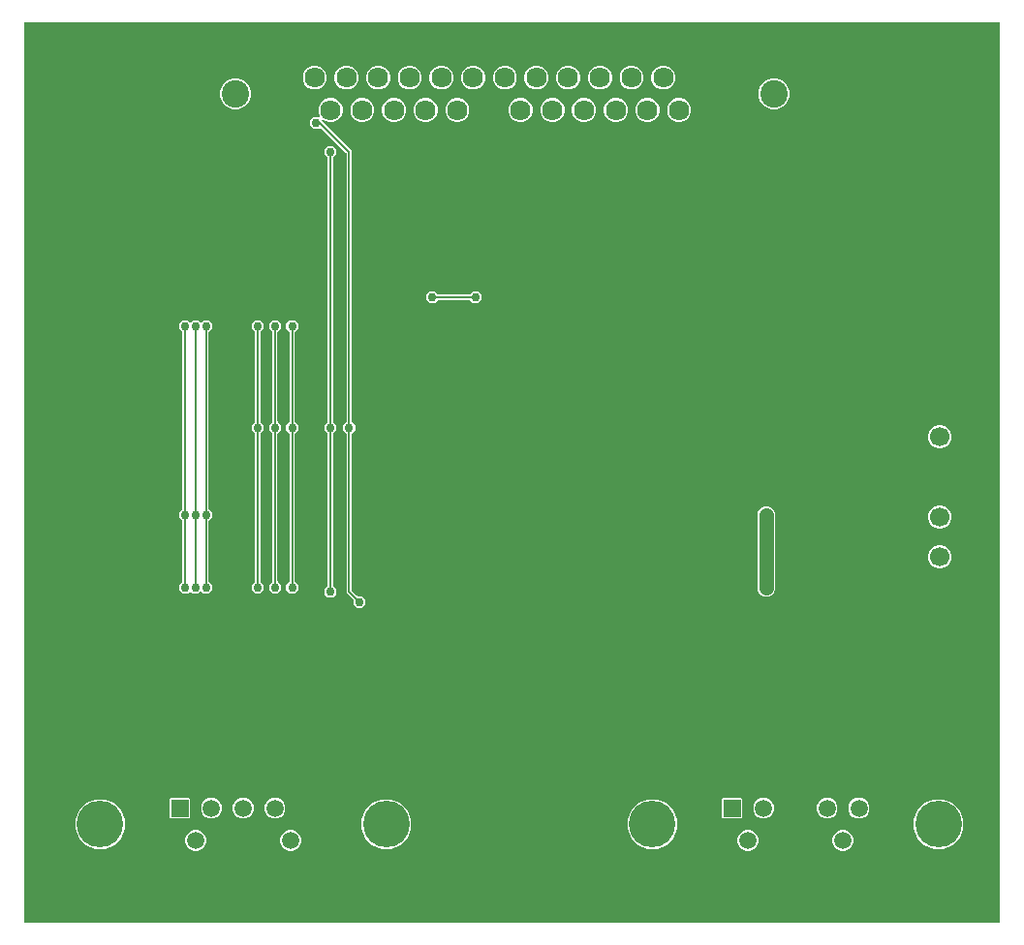
<source format=gbr>
G04 EAGLE Gerber RS-274X export*
G75*
%MOMM*%
%FSLAX34Y34*%
%LPD*%
%INBottom Copper*%
%IPPOS*%
%AMOC8*
5,1,8,0,0,1.08239X$1,22.5*%
G01*
%ADD10C,1.790700*%
%ADD11C,2.400300*%
%ADD12C,1.508000*%
%ADD13R,1.508000X1.508000*%
%ADD14C,4.066000*%
%ADD15C,1.700000*%
%ADD16C,0.756400*%
%ADD17C,0.152400*%
%ADD18C,1.270000*%

G36*
X863620Y202442D02*
X863620Y202442D01*
X863639Y202440D01*
X863741Y202462D01*
X863843Y202479D01*
X863860Y202488D01*
X863880Y202492D01*
X863969Y202545D01*
X864060Y202594D01*
X864074Y202608D01*
X864091Y202618D01*
X864158Y202697D01*
X864230Y202772D01*
X864238Y202790D01*
X864251Y202805D01*
X864290Y202901D01*
X864333Y202995D01*
X864335Y203015D01*
X864343Y203033D01*
X864361Y203200D01*
X864361Y989078D01*
X864358Y989098D01*
X864360Y989117D01*
X864338Y989219D01*
X864322Y989321D01*
X864312Y989338D01*
X864308Y989358D01*
X864255Y989447D01*
X864206Y989538D01*
X864192Y989552D01*
X864182Y989569D01*
X864103Y989636D01*
X864028Y989708D01*
X864010Y989716D01*
X863995Y989729D01*
X863899Y989768D01*
X863805Y989811D01*
X863785Y989813D01*
X863767Y989821D01*
X863600Y989839D01*
X12700Y989839D01*
X12680Y989836D01*
X12661Y989838D01*
X12559Y989816D01*
X12457Y989800D01*
X12440Y989790D01*
X12420Y989786D01*
X12331Y989733D01*
X12240Y989684D01*
X12226Y989670D01*
X12209Y989660D01*
X12142Y989581D01*
X12071Y989506D01*
X12062Y989488D01*
X12049Y989473D01*
X12010Y989377D01*
X11967Y989283D01*
X11965Y989263D01*
X11957Y989245D01*
X11939Y989078D01*
X11939Y203200D01*
X11942Y203180D01*
X11940Y203161D01*
X11962Y203059D01*
X11979Y202957D01*
X11988Y202940D01*
X11992Y202920D01*
X12045Y202831D01*
X12094Y202740D01*
X12108Y202726D01*
X12118Y202709D01*
X12197Y202642D01*
X12272Y202571D01*
X12290Y202562D01*
X12305Y202549D01*
X12401Y202510D01*
X12495Y202467D01*
X12515Y202465D01*
X12533Y202457D01*
X12700Y202439D01*
X863600Y202439D01*
X863620Y202442D01*
G37*
%LPC*%
G36*
X150202Y489993D02*
X150202Y489993D01*
X147093Y493102D01*
X147093Y497498D01*
X149890Y500295D01*
X149943Y500369D01*
X150003Y500439D01*
X150015Y500469D01*
X150034Y500495D01*
X150061Y500582D01*
X150095Y500667D01*
X150099Y500708D01*
X150106Y500730D01*
X150105Y500762D01*
X150113Y500833D01*
X150113Y553267D01*
X150099Y553357D01*
X150091Y553448D01*
X150079Y553477D01*
X150074Y553509D01*
X150031Y553590D01*
X149995Y553674D01*
X149969Y553706D01*
X149958Y553727D01*
X149935Y553749D01*
X149890Y553805D01*
X147093Y556602D01*
X147093Y560998D01*
X149890Y563795D01*
X149943Y563869D01*
X150003Y563939D01*
X150015Y563969D01*
X150034Y563995D01*
X150061Y564082D01*
X150095Y564167D01*
X150099Y564208D01*
X150106Y564230D01*
X150105Y564262D01*
X150113Y564333D01*
X150113Y718367D01*
X150099Y718457D01*
X150091Y718548D01*
X150079Y718577D01*
X150074Y718609D01*
X150031Y718690D01*
X149995Y718774D01*
X149969Y718806D01*
X149958Y718827D01*
X149935Y718849D01*
X149890Y718905D01*
X147093Y721702D01*
X147093Y726098D01*
X150202Y729207D01*
X154598Y729207D01*
X156406Y727399D01*
X156422Y727388D01*
X156434Y727372D01*
X156522Y727316D01*
X156605Y727256D01*
X156624Y727250D01*
X156641Y727239D01*
X156742Y727214D01*
X156841Y727183D01*
X156860Y727184D01*
X156880Y727179D01*
X156983Y727187D01*
X157086Y727190D01*
X157105Y727196D01*
X157125Y727198D01*
X157220Y727238D01*
X157317Y727274D01*
X157333Y727287D01*
X157351Y727294D01*
X157482Y727399D01*
X159290Y729207D01*
X163686Y729207D01*
X165494Y727399D01*
X165510Y727388D01*
X165522Y727372D01*
X165610Y727316D01*
X165693Y727256D01*
X165712Y727250D01*
X165729Y727239D01*
X165830Y727214D01*
X165929Y727183D01*
X165948Y727184D01*
X165968Y727179D01*
X166071Y727187D01*
X166174Y727190D01*
X166193Y727196D01*
X166213Y727198D01*
X166308Y727238D01*
X166405Y727274D01*
X166421Y727287D01*
X166439Y727294D01*
X166570Y727399D01*
X168378Y729207D01*
X172774Y729207D01*
X175883Y726098D01*
X175883Y721702D01*
X173086Y718905D01*
X173033Y718831D01*
X172973Y718761D01*
X172961Y718731D01*
X172942Y718705D01*
X172915Y718618D01*
X172881Y718533D01*
X172877Y718492D01*
X172870Y718470D01*
X172871Y718438D01*
X172863Y718367D01*
X172863Y564333D01*
X172877Y564243D01*
X172885Y564152D01*
X172897Y564123D01*
X172902Y564091D01*
X172945Y564010D01*
X172981Y563926D01*
X173007Y563894D01*
X173018Y563873D01*
X173041Y563851D01*
X173086Y563795D01*
X175883Y560998D01*
X175883Y556602D01*
X173086Y553805D01*
X173033Y553731D01*
X172973Y553661D01*
X172961Y553631D01*
X172942Y553605D01*
X172915Y553518D01*
X172881Y553433D01*
X172877Y553392D01*
X172870Y553370D01*
X172871Y553338D01*
X172863Y553267D01*
X172863Y500833D01*
X172865Y500820D01*
X172864Y500809D01*
X172876Y500755D01*
X172877Y500743D01*
X172885Y500652D01*
X172897Y500623D01*
X172902Y500591D01*
X172945Y500510D01*
X172981Y500426D01*
X173007Y500394D01*
X173018Y500373D01*
X173041Y500351D01*
X173086Y500295D01*
X175883Y497498D01*
X175883Y493102D01*
X172774Y489993D01*
X168378Y489993D01*
X166570Y491801D01*
X166554Y491812D01*
X166542Y491828D01*
X166454Y491884D01*
X166371Y491944D01*
X166352Y491950D01*
X166335Y491961D01*
X166234Y491986D01*
X166135Y492017D01*
X166116Y492016D01*
X166096Y492021D01*
X165993Y492013D01*
X165890Y492010D01*
X165871Y492004D01*
X165851Y492002D01*
X165756Y491962D01*
X165659Y491926D01*
X165643Y491913D01*
X165625Y491906D01*
X165494Y491801D01*
X163686Y489993D01*
X159290Y489993D01*
X157482Y491801D01*
X157466Y491812D01*
X157454Y491828D01*
X157366Y491884D01*
X157283Y491944D01*
X157264Y491950D01*
X157247Y491961D01*
X157146Y491986D01*
X157047Y492017D01*
X157028Y492016D01*
X157008Y492021D01*
X156905Y492013D01*
X156802Y492010D01*
X156783Y492004D01*
X156763Y492002D01*
X156668Y491962D01*
X156571Y491926D01*
X156555Y491913D01*
X156537Y491906D01*
X156406Y491801D01*
X154598Y489993D01*
X150202Y489993D01*
G37*
%LPD*%
%LPC*%
G36*
X302602Y477293D02*
X302602Y477293D01*
X299493Y480402D01*
X299493Y484357D01*
X299479Y484448D01*
X299471Y484538D01*
X299459Y484568D01*
X299454Y484600D01*
X299411Y484681D01*
X299375Y484765D01*
X299349Y484797D01*
X299338Y484818D01*
X299315Y484840D01*
X299270Y484896D01*
X293425Y490741D01*
X293425Y629467D01*
X293411Y629557D01*
X293403Y629648D01*
X293391Y629677D01*
X293386Y629709D01*
X293343Y629790D01*
X293307Y629874D01*
X293281Y629906D01*
X293270Y629927D01*
X293247Y629949D01*
X293202Y630005D01*
X290405Y632802D01*
X290405Y637198D01*
X293202Y639995D01*
X293255Y640069D01*
X293315Y640139D01*
X293327Y640169D01*
X293346Y640195D01*
X293373Y640282D01*
X293407Y640367D01*
X293411Y640408D01*
X293418Y640430D01*
X293417Y640462D01*
X293425Y640533D01*
X293425Y875037D01*
X293411Y875128D01*
X293403Y875218D01*
X293391Y875248D01*
X293386Y875280D01*
X293343Y875361D01*
X293307Y875445D01*
X293281Y875477D01*
X293270Y875498D01*
X293247Y875520D01*
X293202Y875576D01*
X271180Y897598D01*
X271164Y897610D01*
X271151Y897626D01*
X271064Y897682D01*
X270980Y897742D01*
X270961Y897748D01*
X270944Y897759D01*
X270844Y897784D01*
X270745Y897814D01*
X270725Y897814D01*
X270706Y897819D01*
X270603Y897811D01*
X270499Y897808D01*
X270480Y897801D01*
X270460Y897799D01*
X270366Y897759D01*
X270268Y897723D01*
X270252Y897711D01*
X270234Y897703D01*
X270103Y897598D01*
X268898Y896393D01*
X264502Y896393D01*
X261393Y899502D01*
X261393Y903898D01*
X264502Y907007D01*
X268898Y907007D01*
X269126Y906779D01*
X269205Y906722D01*
X269280Y906660D01*
X269304Y906651D01*
X269325Y906636D01*
X269418Y906607D01*
X269509Y906572D01*
X269535Y906571D01*
X269560Y906563D01*
X269658Y906566D01*
X269755Y906562D01*
X269780Y906569D01*
X269806Y906570D01*
X269898Y906603D01*
X269991Y906630D01*
X270013Y906645D01*
X270037Y906654D01*
X270113Y906715D01*
X270193Y906771D01*
X270209Y906792D01*
X270229Y906808D01*
X270282Y906890D01*
X270340Y906968D01*
X270348Y906993D01*
X270362Y907015D01*
X270386Y907109D01*
X270416Y907202D01*
X270416Y907228D01*
X270422Y907253D01*
X270415Y907350D01*
X270414Y907448D01*
X270405Y907479D01*
X270403Y907499D01*
X270390Y907529D01*
X270367Y907609D01*
X269049Y910792D01*
X269049Y914960D01*
X270644Y918811D01*
X273592Y921759D01*
X277443Y923354D01*
X281611Y923354D01*
X285462Y921759D01*
X288410Y918811D01*
X290005Y914960D01*
X290005Y910792D01*
X288410Y906941D01*
X285462Y903993D01*
X281611Y902398D01*
X277443Y902398D01*
X273592Y903993D01*
X273306Y904278D01*
X273248Y904320D01*
X273196Y904369D01*
X273149Y904391D01*
X273107Y904422D01*
X273038Y904443D01*
X272973Y904473D01*
X272921Y904479D01*
X272871Y904494D01*
X272800Y904492D01*
X272729Y904500D01*
X272678Y904489D01*
X272626Y904488D01*
X272558Y904463D01*
X272488Y904448D01*
X272443Y904421D01*
X272395Y904403D01*
X272339Y904359D01*
X272277Y904322D01*
X272243Y904282D01*
X272203Y904250D01*
X272164Y904189D01*
X272117Y904135D01*
X272098Y904086D01*
X272070Y904043D01*
X272052Y903973D01*
X272025Y903907D01*
X272017Y903835D01*
X272009Y903804D01*
X272011Y903781D01*
X272007Y903740D01*
X272007Y903555D01*
X272013Y903517D01*
X272012Y903511D01*
X272019Y903479D01*
X272021Y903464D01*
X272029Y903374D01*
X272041Y903344D01*
X272046Y903312D01*
X272062Y903283D01*
X272065Y903270D01*
X272092Y903224D01*
X272125Y903147D01*
X272151Y903115D01*
X272162Y903094D01*
X272180Y903077D01*
X272191Y903059D01*
X272206Y903046D01*
X272230Y903016D01*
X297999Y877247D01*
X297999Y640533D01*
X298013Y640443D01*
X298021Y640352D01*
X298033Y640323D01*
X298038Y640291D01*
X298081Y640210D01*
X298117Y640126D01*
X298143Y640094D01*
X298154Y640073D01*
X298177Y640051D01*
X298222Y639995D01*
X301019Y637198D01*
X301019Y632802D01*
X298222Y630005D01*
X298175Y629939D01*
X298164Y629928D01*
X298161Y629922D01*
X298109Y629861D01*
X298097Y629831D01*
X298078Y629805D01*
X298051Y629718D01*
X298017Y629633D01*
X298013Y629592D01*
X298006Y629570D01*
X298007Y629538D01*
X297999Y629467D01*
X297999Y492951D01*
X298013Y492860D01*
X298021Y492770D01*
X298033Y492740D01*
X298038Y492708D01*
X298081Y492627D01*
X298117Y492543D01*
X298143Y492511D01*
X298154Y492490D01*
X298177Y492468D01*
X298222Y492412D01*
X302504Y488130D01*
X302578Y488077D01*
X302648Y488017D01*
X302678Y488005D01*
X302704Y487986D01*
X302791Y487959D01*
X302876Y487925D01*
X302917Y487921D01*
X302939Y487914D01*
X302971Y487915D01*
X303043Y487907D01*
X306998Y487907D01*
X310107Y484798D01*
X310107Y480402D01*
X306998Y477293D01*
X302602Y477293D01*
G37*
%LPD*%
%LPC*%
G36*
X277202Y486381D02*
X277202Y486381D01*
X274093Y489490D01*
X274093Y493886D01*
X276890Y496683D01*
X276943Y496757D01*
X277003Y496827D01*
X277015Y496857D01*
X277034Y496883D01*
X277061Y496970D01*
X277095Y497055D01*
X277099Y497096D01*
X277106Y497118D01*
X277105Y497150D01*
X277113Y497221D01*
X277113Y629467D01*
X277099Y629557D01*
X277091Y629648D01*
X277079Y629677D01*
X277074Y629709D01*
X277031Y629790D01*
X276995Y629874D01*
X276969Y629906D01*
X276958Y629927D01*
X276935Y629949D01*
X276890Y630005D01*
X274093Y632802D01*
X274093Y637198D01*
X276890Y639995D01*
X276943Y640069D01*
X277003Y640139D01*
X277015Y640169D01*
X277034Y640195D01*
X277061Y640282D01*
X277095Y640367D01*
X277099Y640408D01*
X277106Y640430D01*
X277105Y640462D01*
X277113Y640533D01*
X277113Y870767D01*
X277099Y870857D01*
X277091Y870948D01*
X277079Y870977D01*
X277074Y871009D01*
X277031Y871090D01*
X276995Y871174D01*
X276969Y871206D01*
X276958Y871227D01*
X276935Y871249D01*
X276890Y871305D01*
X274093Y874102D01*
X274093Y878498D01*
X277202Y881607D01*
X281598Y881607D01*
X284707Y878498D01*
X284707Y874102D01*
X281910Y871305D01*
X281857Y871231D01*
X281797Y871161D01*
X281785Y871131D01*
X281766Y871105D01*
X281739Y871018D01*
X281705Y870933D01*
X281701Y870892D01*
X281694Y870870D01*
X281695Y870838D01*
X281687Y870767D01*
X281687Y640533D01*
X281701Y640443D01*
X281709Y640352D01*
X281721Y640323D01*
X281726Y640291D01*
X281769Y640210D01*
X281805Y640126D01*
X281831Y640094D01*
X281842Y640073D01*
X281865Y640051D01*
X281910Y639995D01*
X284707Y637198D01*
X284707Y632802D01*
X281910Y630005D01*
X281863Y629939D01*
X281852Y629928D01*
X281849Y629922D01*
X281797Y629861D01*
X281785Y629831D01*
X281766Y629805D01*
X281739Y629718D01*
X281705Y629633D01*
X281701Y629592D01*
X281694Y629570D01*
X281695Y629538D01*
X281687Y629467D01*
X281687Y497221D01*
X281701Y497131D01*
X281709Y497040D01*
X281721Y497011D01*
X281726Y496979D01*
X281769Y496898D01*
X281805Y496814D01*
X281831Y496782D01*
X281842Y496761D01*
X281865Y496739D01*
X281910Y496683D01*
X284707Y493886D01*
X284707Y489490D01*
X281598Y486381D01*
X277202Y486381D01*
G37*
%LPD*%
%LPC*%
G36*
X556503Y266435D02*
X556503Y266435D01*
X548470Y269762D01*
X542322Y275910D01*
X538995Y283943D01*
X538995Y292637D01*
X542322Y300670D01*
X548470Y306818D01*
X556503Y310145D01*
X565197Y310145D01*
X573230Y306818D01*
X579378Y300670D01*
X582705Y292637D01*
X582705Y283943D01*
X579378Y275910D01*
X573230Y269762D01*
X565197Y266435D01*
X556503Y266435D01*
G37*
%LPD*%
%LPC*%
G36*
X806403Y266435D02*
X806403Y266435D01*
X798370Y269762D01*
X792222Y275910D01*
X788895Y283943D01*
X788895Y292637D01*
X792222Y300670D01*
X798370Y306818D01*
X806403Y310145D01*
X815097Y310145D01*
X823130Y306818D01*
X829278Y300670D01*
X832605Y292637D01*
X832605Y283943D01*
X829278Y275910D01*
X823130Y269762D01*
X815097Y266435D01*
X806403Y266435D01*
G37*
%LPD*%
%LPC*%
G36*
X323803Y266435D02*
X323803Y266435D01*
X315770Y269762D01*
X309622Y275910D01*
X306295Y283943D01*
X306295Y292637D01*
X309622Y300670D01*
X315770Y306818D01*
X323803Y310145D01*
X332497Y310145D01*
X340530Y306818D01*
X346678Y300670D01*
X350005Y292637D01*
X350005Y283943D01*
X346678Y275910D01*
X340530Y269762D01*
X332497Y266435D01*
X323803Y266435D01*
G37*
%LPD*%
%LPC*%
G36*
X73903Y266435D02*
X73903Y266435D01*
X65870Y269762D01*
X59722Y275910D01*
X56395Y283943D01*
X56395Y292637D01*
X59722Y300670D01*
X65870Y306818D01*
X73903Y310145D01*
X82597Y310145D01*
X90630Y306818D01*
X96778Y300670D01*
X100105Y292637D01*
X100105Y283943D01*
X96778Y275910D01*
X90630Y269762D01*
X82597Y266435D01*
X73903Y266435D01*
G37*
%LPD*%
%LPC*%
G36*
X243702Y489993D02*
X243702Y489993D01*
X240593Y493102D01*
X240593Y497498D01*
X243390Y500295D01*
X243443Y500369D01*
X243503Y500439D01*
X243515Y500469D01*
X243534Y500495D01*
X243561Y500582D01*
X243595Y500667D01*
X243599Y500708D01*
X243606Y500730D01*
X243605Y500762D01*
X243613Y500833D01*
X243613Y629467D01*
X243599Y629557D01*
X243591Y629648D01*
X243579Y629677D01*
X243574Y629709D01*
X243531Y629790D01*
X243495Y629874D01*
X243469Y629906D01*
X243458Y629927D01*
X243435Y629949D01*
X243390Y630005D01*
X240593Y632802D01*
X240593Y637198D01*
X243390Y639995D01*
X243443Y640069D01*
X243503Y640139D01*
X243515Y640169D01*
X243534Y640195D01*
X243561Y640282D01*
X243595Y640367D01*
X243599Y640408D01*
X243606Y640430D01*
X243605Y640462D01*
X243613Y640533D01*
X243613Y718367D01*
X243599Y718457D01*
X243591Y718548D01*
X243579Y718577D01*
X243574Y718609D01*
X243531Y718690D01*
X243495Y718774D01*
X243469Y718806D01*
X243458Y718827D01*
X243435Y718849D01*
X243390Y718905D01*
X240593Y721702D01*
X240593Y726098D01*
X243702Y729207D01*
X248098Y729207D01*
X251207Y726098D01*
X251207Y721702D01*
X248410Y718905D01*
X248357Y718831D01*
X248297Y718761D01*
X248285Y718731D01*
X248266Y718705D01*
X248239Y718618D01*
X248205Y718533D01*
X248201Y718492D01*
X248194Y718470D01*
X248195Y718438D01*
X248187Y718367D01*
X248187Y640533D01*
X248201Y640443D01*
X248209Y640352D01*
X248221Y640323D01*
X248226Y640291D01*
X248269Y640210D01*
X248305Y640126D01*
X248331Y640094D01*
X248342Y640073D01*
X248365Y640051D01*
X248410Y639995D01*
X251207Y637198D01*
X251207Y632802D01*
X248410Y630005D01*
X248363Y629939D01*
X248352Y629928D01*
X248349Y629922D01*
X248297Y629861D01*
X248285Y629831D01*
X248266Y629805D01*
X248239Y629718D01*
X248205Y629633D01*
X248201Y629592D01*
X248194Y629570D01*
X248195Y629538D01*
X248187Y629467D01*
X248187Y500833D01*
X248189Y500820D01*
X248188Y500809D01*
X248200Y500755D01*
X248201Y500743D01*
X248209Y500652D01*
X248221Y500623D01*
X248226Y500591D01*
X248269Y500510D01*
X248305Y500426D01*
X248331Y500394D01*
X248342Y500373D01*
X248365Y500351D01*
X248410Y500295D01*
X251207Y497498D01*
X251207Y493102D01*
X248098Y489993D01*
X243702Y489993D01*
G37*
%LPD*%
%LPC*%
G36*
X213702Y489993D02*
X213702Y489993D01*
X210593Y493102D01*
X210593Y497498D01*
X213390Y500295D01*
X213443Y500369D01*
X213503Y500439D01*
X213515Y500469D01*
X213534Y500495D01*
X213561Y500582D01*
X213595Y500667D01*
X213599Y500708D01*
X213606Y500730D01*
X213605Y500762D01*
X213613Y500833D01*
X213613Y629467D01*
X213599Y629557D01*
X213591Y629648D01*
X213579Y629677D01*
X213574Y629709D01*
X213531Y629790D01*
X213495Y629874D01*
X213469Y629906D01*
X213458Y629927D01*
X213435Y629949D01*
X213390Y630005D01*
X210593Y632802D01*
X210593Y637198D01*
X213390Y639995D01*
X213443Y640069D01*
X213503Y640139D01*
X213515Y640169D01*
X213534Y640195D01*
X213561Y640282D01*
X213595Y640367D01*
X213599Y640408D01*
X213606Y640430D01*
X213605Y640462D01*
X213613Y640533D01*
X213613Y718367D01*
X213599Y718457D01*
X213591Y718548D01*
X213579Y718577D01*
X213574Y718609D01*
X213531Y718690D01*
X213495Y718774D01*
X213469Y718806D01*
X213458Y718827D01*
X213435Y718849D01*
X213390Y718905D01*
X210593Y721702D01*
X210593Y726098D01*
X213702Y729207D01*
X218098Y729207D01*
X221207Y726098D01*
X221207Y721702D01*
X218410Y718905D01*
X218357Y718831D01*
X218297Y718761D01*
X218285Y718731D01*
X218266Y718705D01*
X218239Y718618D01*
X218205Y718533D01*
X218201Y718492D01*
X218194Y718470D01*
X218195Y718438D01*
X218187Y718367D01*
X218187Y640533D01*
X218201Y640443D01*
X218209Y640352D01*
X218221Y640323D01*
X218226Y640291D01*
X218269Y640210D01*
X218305Y640126D01*
X218331Y640094D01*
X218342Y640073D01*
X218365Y640051D01*
X218410Y639995D01*
X221207Y637198D01*
X221207Y632802D01*
X218410Y630005D01*
X218363Y629939D01*
X218352Y629928D01*
X218349Y629922D01*
X218297Y629861D01*
X218285Y629831D01*
X218266Y629805D01*
X218239Y629718D01*
X218205Y629633D01*
X218201Y629592D01*
X218194Y629570D01*
X218195Y629538D01*
X218187Y629467D01*
X218187Y500833D01*
X218189Y500820D01*
X218188Y500809D01*
X218200Y500755D01*
X218201Y500743D01*
X218209Y500652D01*
X218221Y500623D01*
X218226Y500591D01*
X218269Y500510D01*
X218305Y500426D01*
X218331Y500394D01*
X218342Y500373D01*
X218365Y500351D01*
X218410Y500295D01*
X221207Y497498D01*
X221207Y493102D01*
X218098Y489993D01*
X213702Y489993D01*
G37*
%LPD*%
%LPC*%
G36*
X228702Y489993D02*
X228702Y489993D01*
X225593Y493102D01*
X225593Y497498D01*
X228390Y500295D01*
X228443Y500369D01*
X228503Y500439D01*
X228515Y500469D01*
X228534Y500495D01*
X228561Y500582D01*
X228595Y500667D01*
X228599Y500708D01*
X228606Y500730D01*
X228605Y500762D01*
X228613Y500833D01*
X228613Y629467D01*
X228599Y629557D01*
X228591Y629648D01*
X228579Y629677D01*
X228574Y629709D01*
X228531Y629790D01*
X228495Y629874D01*
X228469Y629906D01*
X228458Y629927D01*
X228435Y629949D01*
X228390Y630005D01*
X225593Y632802D01*
X225593Y637198D01*
X228390Y639995D01*
X228443Y640069D01*
X228503Y640139D01*
X228515Y640169D01*
X228534Y640195D01*
X228561Y640282D01*
X228595Y640367D01*
X228599Y640408D01*
X228606Y640430D01*
X228605Y640462D01*
X228613Y640533D01*
X228613Y718367D01*
X228599Y718457D01*
X228591Y718548D01*
X228579Y718577D01*
X228574Y718609D01*
X228531Y718690D01*
X228495Y718774D01*
X228469Y718806D01*
X228458Y718827D01*
X228435Y718849D01*
X228390Y718905D01*
X225593Y721702D01*
X225593Y726098D01*
X228702Y729207D01*
X233098Y729207D01*
X236207Y726098D01*
X236207Y721702D01*
X233410Y718905D01*
X233357Y718831D01*
X233297Y718761D01*
X233285Y718731D01*
X233266Y718705D01*
X233239Y718618D01*
X233205Y718533D01*
X233201Y718492D01*
X233194Y718470D01*
X233195Y718438D01*
X233187Y718367D01*
X233187Y640533D01*
X233201Y640443D01*
X233209Y640352D01*
X233221Y640323D01*
X233226Y640291D01*
X233269Y640210D01*
X233305Y640126D01*
X233331Y640094D01*
X233342Y640073D01*
X233365Y640051D01*
X233410Y639995D01*
X236207Y637198D01*
X236207Y632802D01*
X233410Y630005D01*
X233363Y629939D01*
X233352Y629928D01*
X233349Y629922D01*
X233297Y629861D01*
X233285Y629831D01*
X233266Y629805D01*
X233239Y629718D01*
X233205Y629633D01*
X233201Y629592D01*
X233194Y629570D01*
X233195Y629538D01*
X233187Y629467D01*
X233187Y500833D01*
X233189Y500820D01*
X233188Y500809D01*
X233200Y500755D01*
X233201Y500743D01*
X233209Y500652D01*
X233221Y500623D01*
X233226Y500591D01*
X233269Y500510D01*
X233305Y500426D01*
X233331Y500394D01*
X233342Y500373D01*
X233365Y500351D01*
X233410Y500295D01*
X236207Y497498D01*
X236207Y493102D01*
X233098Y489993D01*
X228702Y489993D01*
G37*
%LPD*%
%LPC*%
G36*
X658834Y487425D02*
X658834Y487425D01*
X655939Y488624D01*
X653724Y490839D01*
X652525Y493734D01*
X652525Y560366D01*
X653724Y563261D01*
X655939Y565476D01*
X658834Y566675D01*
X661966Y566675D01*
X664861Y565476D01*
X667076Y563261D01*
X668275Y560366D01*
X668275Y493734D01*
X667076Y490839D01*
X664861Y488624D01*
X661966Y487425D01*
X658834Y487425D01*
G37*
%LPD*%
%LPC*%
G36*
X664313Y913574D02*
X664313Y913574D01*
X659342Y915633D01*
X655537Y919438D01*
X653478Y924409D01*
X653478Y929791D01*
X655537Y934762D01*
X659342Y938567D01*
X664313Y940626D01*
X669695Y940626D01*
X674666Y938567D01*
X678471Y934762D01*
X680530Y929791D01*
X680530Y924409D01*
X678471Y919438D01*
X674666Y915633D01*
X669695Y913574D01*
X664313Y913574D01*
G37*
%LPD*%
%LPC*%
G36*
X193905Y913574D02*
X193905Y913574D01*
X188934Y915633D01*
X185129Y919438D01*
X183070Y924409D01*
X183070Y929791D01*
X185129Y934762D01*
X188934Y938567D01*
X193905Y940626D01*
X199287Y940626D01*
X204258Y938567D01*
X208063Y934762D01*
X210122Y929791D01*
X210122Y924409D01*
X208063Y919438D01*
X204258Y915633D01*
X199287Y913574D01*
X193905Y913574D01*
G37*
%LPD*%
%LPC*%
G36*
X318972Y930846D02*
X318972Y930846D01*
X315121Y932441D01*
X312173Y935389D01*
X310578Y939240D01*
X310578Y943408D01*
X312173Y947259D01*
X315121Y950207D01*
X318972Y951802D01*
X323140Y951802D01*
X326991Y950207D01*
X329939Y947259D01*
X331534Y943408D01*
X331534Y939240D01*
X329939Y935389D01*
X326991Y932441D01*
X323140Y930846D01*
X318972Y930846D01*
G37*
%LPD*%
%LPC*%
G36*
X291286Y930846D02*
X291286Y930846D01*
X287435Y932441D01*
X284487Y935389D01*
X282892Y939240D01*
X282892Y943408D01*
X284487Y947259D01*
X287435Y950207D01*
X291286Y951802D01*
X295454Y951802D01*
X299305Y950207D01*
X302253Y947259D01*
X303848Y943408D01*
X303848Y939240D01*
X302253Y935389D01*
X299305Y932441D01*
X295454Y930846D01*
X291286Y930846D01*
G37*
%LPD*%
%LPC*%
G36*
X263600Y930846D02*
X263600Y930846D01*
X259749Y932441D01*
X256801Y935389D01*
X255206Y939240D01*
X255206Y943408D01*
X256801Y947259D01*
X259749Y950207D01*
X263600Y951802D01*
X267768Y951802D01*
X271619Y950207D01*
X274567Y947259D01*
X276162Y943408D01*
X276162Y939240D01*
X274567Y935389D01*
X271619Y932441D01*
X267768Y930846D01*
X263600Y930846D01*
G37*
%LPD*%
%LPC*%
G36*
X581989Y902398D02*
X581989Y902398D01*
X578138Y903993D01*
X575190Y906941D01*
X573595Y910792D01*
X573595Y914960D01*
X575190Y918811D01*
X578138Y921759D01*
X581989Y923354D01*
X586157Y923354D01*
X590008Y921759D01*
X592956Y918811D01*
X594551Y914960D01*
X594551Y910792D01*
X592956Y906941D01*
X590008Y903993D01*
X586157Y902398D01*
X581989Y902398D01*
G37*
%LPD*%
%LPC*%
G36*
X554303Y902398D02*
X554303Y902398D01*
X550452Y903993D01*
X547504Y906941D01*
X545909Y910792D01*
X545909Y914960D01*
X547504Y918811D01*
X550452Y921759D01*
X554303Y923354D01*
X558471Y923354D01*
X562322Y921759D01*
X565270Y918811D01*
X566865Y914960D01*
X566865Y910792D01*
X565270Y906941D01*
X562322Y903993D01*
X558471Y902398D01*
X554303Y902398D01*
G37*
%LPD*%
%LPC*%
G36*
X526617Y902398D02*
X526617Y902398D01*
X522766Y903993D01*
X519818Y906941D01*
X518223Y910792D01*
X518223Y914960D01*
X519818Y918811D01*
X522766Y921759D01*
X526617Y923354D01*
X530785Y923354D01*
X534636Y921759D01*
X537584Y918811D01*
X539179Y914960D01*
X539179Y910792D01*
X537584Y906941D01*
X534636Y903993D01*
X530785Y902398D01*
X526617Y902398D01*
G37*
%LPD*%
%LPC*%
G36*
X498931Y902398D02*
X498931Y902398D01*
X495080Y903993D01*
X492132Y906941D01*
X490537Y910792D01*
X490537Y914960D01*
X492132Y918811D01*
X495080Y921759D01*
X498931Y923354D01*
X503099Y923354D01*
X506950Y921759D01*
X509898Y918811D01*
X511493Y914960D01*
X511493Y910792D01*
X509898Y906941D01*
X506950Y903993D01*
X503099Y902398D01*
X498931Y902398D01*
G37*
%LPD*%
%LPC*%
G36*
X471245Y902398D02*
X471245Y902398D01*
X467394Y903993D01*
X464446Y906941D01*
X462851Y910792D01*
X462851Y914960D01*
X464446Y918811D01*
X467394Y921759D01*
X471245Y923354D01*
X475413Y923354D01*
X479264Y921759D01*
X482212Y918811D01*
X483807Y914960D01*
X483807Y910792D01*
X482212Y906941D01*
X479264Y903993D01*
X475413Y902398D01*
X471245Y902398D01*
G37*
%LPD*%
%LPC*%
G36*
X388187Y902398D02*
X388187Y902398D01*
X384336Y903993D01*
X381388Y906941D01*
X379793Y910792D01*
X379793Y914960D01*
X381388Y918811D01*
X384336Y921759D01*
X388187Y923354D01*
X392355Y923354D01*
X396206Y921759D01*
X399154Y918811D01*
X400749Y914960D01*
X400749Y910792D01*
X399154Y906941D01*
X396206Y903993D01*
X392355Y902398D01*
X388187Y902398D01*
G37*
%LPD*%
%LPC*%
G36*
X360501Y902398D02*
X360501Y902398D01*
X356650Y903993D01*
X353702Y906941D01*
X352107Y910792D01*
X352107Y914960D01*
X353702Y918811D01*
X356650Y921759D01*
X360501Y923354D01*
X364669Y923354D01*
X368520Y921759D01*
X371468Y918811D01*
X373063Y914960D01*
X373063Y910792D01*
X371468Y906941D01*
X368520Y903993D01*
X364669Y902398D01*
X360501Y902398D01*
G37*
%LPD*%
%LPC*%
G36*
X332815Y902398D02*
X332815Y902398D01*
X328964Y903993D01*
X326016Y906941D01*
X324421Y910792D01*
X324421Y914960D01*
X326016Y918811D01*
X328964Y921759D01*
X332815Y923354D01*
X336983Y923354D01*
X340834Y921759D01*
X343782Y918811D01*
X345377Y914960D01*
X345377Y910792D01*
X343782Y906941D01*
X340834Y903993D01*
X336983Y902398D01*
X332815Y902398D01*
G37*
%LPD*%
%LPC*%
G36*
X305129Y902398D02*
X305129Y902398D01*
X301278Y903993D01*
X298330Y906941D01*
X296735Y910792D01*
X296735Y914960D01*
X298330Y918811D01*
X301278Y921759D01*
X305129Y923354D01*
X309297Y923354D01*
X313148Y921759D01*
X316096Y918811D01*
X317691Y914960D01*
X317691Y910792D01*
X316096Y906941D01*
X313148Y903993D01*
X309297Y902398D01*
X305129Y902398D01*
G37*
%LPD*%
%LPC*%
G36*
X443559Y902398D02*
X443559Y902398D01*
X439708Y903993D01*
X436760Y906941D01*
X435165Y910792D01*
X435165Y914960D01*
X436760Y918811D01*
X439708Y921759D01*
X443559Y923354D01*
X447727Y923354D01*
X451578Y921759D01*
X454526Y918811D01*
X456121Y914960D01*
X456121Y910792D01*
X454526Y906941D01*
X451578Y903993D01*
X447727Y902398D01*
X443559Y902398D01*
G37*
%LPD*%
%LPC*%
G36*
X429716Y930846D02*
X429716Y930846D01*
X425865Y932441D01*
X422917Y935389D01*
X421322Y939240D01*
X421322Y943408D01*
X422917Y947259D01*
X425865Y950207D01*
X429716Y951802D01*
X433884Y951802D01*
X437735Y950207D01*
X440683Y947259D01*
X442278Y943408D01*
X442278Y939240D01*
X440683Y935389D01*
X437735Y932441D01*
X433884Y930846D01*
X429716Y930846D01*
G37*
%LPD*%
%LPC*%
G36*
X402030Y930846D02*
X402030Y930846D01*
X398179Y932441D01*
X395231Y935389D01*
X393636Y939240D01*
X393636Y943408D01*
X395231Y947259D01*
X398179Y950207D01*
X402030Y951802D01*
X406198Y951802D01*
X410049Y950207D01*
X412997Y947259D01*
X414592Y943408D01*
X414592Y939240D01*
X412997Y935389D01*
X410049Y932441D01*
X406198Y930846D01*
X402030Y930846D01*
G37*
%LPD*%
%LPC*%
G36*
X568146Y930846D02*
X568146Y930846D01*
X564295Y932441D01*
X561347Y935389D01*
X559752Y939240D01*
X559752Y943408D01*
X561347Y947259D01*
X564295Y950207D01*
X568146Y951802D01*
X572314Y951802D01*
X576165Y950207D01*
X579113Y947259D01*
X580708Y943408D01*
X580708Y939240D01*
X579113Y935389D01*
X576165Y932441D01*
X572314Y930846D01*
X568146Y930846D01*
G37*
%LPD*%
%LPC*%
G36*
X540460Y930846D02*
X540460Y930846D01*
X536609Y932441D01*
X533661Y935389D01*
X532066Y939240D01*
X532066Y943408D01*
X533661Y947259D01*
X536609Y950207D01*
X540460Y951802D01*
X544628Y951802D01*
X548479Y950207D01*
X551427Y947259D01*
X553022Y943408D01*
X553022Y939240D01*
X551427Y935389D01*
X548479Y932441D01*
X544628Y930846D01*
X540460Y930846D01*
G37*
%LPD*%
%LPC*%
G36*
X512774Y930846D02*
X512774Y930846D01*
X508923Y932441D01*
X505975Y935389D01*
X504380Y939240D01*
X504380Y943408D01*
X505975Y947259D01*
X508923Y950207D01*
X512774Y951802D01*
X516942Y951802D01*
X520793Y950207D01*
X523741Y947259D01*
X525336Y943408D01*
X525336Y939240D01*
X523741Y935389D01*
X520793Y932441D01*
X516942Y930846D01*
X512774Y930846D01*
G37*
%LPD*%
%LPC*%
G36*
X485088Y930846D02*
X485088Y930846D01*
X481237Y932441D01*
X478289Y935389D01*
X476694Y939240D01*
X476694Y943408D01*
X478289Y947259D01*
X481237Y950207D01*
X485088Y951802D01*
X489256Y951802D01*
X493107Y950207D01*
X496055Y947259D01*
X497650Y943408D01*
X497650Y939240D01*
X496055Y935389D01*
X493107Y932441D01*
X489256Y930846D01*
X485088Y930846D01*
G37*
%LPD*%
%LPC*%
G36*
X457402Y930846D02*
X457402Y930846D01*
X453551Y932441D01*
X450603Y935389D01*
X449008Y939240D01*
X449008Y943408D01*
X450603Y947259D01*
X453551Y950207D01*
X457402Y951802D01*
X461570Y951802D01*
X465421Y950207D01*
X468369Y947259D01*
X469964Y943408D01*
X469964Y939240D01*
X468369Y935389D01*
X465421Y932441D01*
X461570Y930846D01*
X457402Y930846D01*
G37*
%LPD*%
%LPC*%
G36*
X374344Y930846D02*
X374344Y930846D01*
X370493Y932441D01*
X367545Y935389D01*
X365950Y939240D01*
X365950Y943408D01*
X367545Y947259D01*
X370493Y950207D01*
X374344Y951802D01*
X378512Y951802D01*
X382363Y950207D01*
X385311Y947259D01*
X386906Y943408D01*
X386906Y939240D01*
X385311Y935389D01*
X382363Y932441D01*
X378512Y930846D01*
X374344Y930846D01*
G37*
%LPD*%
%LPC*%
G36*
X346658Y930846D02*
X346658Y930846D01*
X342807Y932441D01*
X339859Y935389D01*
X338264Y939240D01*
X338264Y943408D01*
X339859Y947259D01*
X342807Y950207D01*
X346658Y951802D01*
X350826Y951802D01*
X354677Y950207D01*
X357625Y947259D01*
X359220Y943408D01*
X359220Y939240D01*
X357625Y935389D01*
X354677Y932441D01*
X350826Y930846D01*
X346658Y930846D01*
G37*
%LPD*%
%LPC*%
G36*
X139628Y293425D02*
X139628Y293425D01*
X138735Y294318D01*
X138735Y310662D01*
X139628Y311555D01*
X155972Y311555D01*
X156865Y310662D01*
X156865Y294318D01*
X155972Y293425D01*
X139628Y293425D01*
G37*
%LPD*%
%LPC*%
G36*
X622228Y293425D02*
X622228Y293425D01*
X621335Y294318D01*
X621335Y310662D01*
X622228Y311555D01*
X638572Y311555D01*
X639465Y310662D01*
X639465Y294318D01*
X638572Y293425D01*
X622228Y293425D01*
G37*
%LPD*%
%LPC*%
G36*
X809806Y617075D02*
X809806Y617075D01*
X806121Y618601D01*
X803301Y621421D01*
X801775Y625106D01*
X801775Y629094D01*
X803301Y632779D01*
X806121Y635599D01*
X809806Y637125D01*
X813794Y637125D01*
X817479Y635599D01*
X820299Y632779D01*
X821825Y629094D01*
X821825Y625106D01*
X820299Y621421D01*
X817479Y618601D01*
X813794Y617075D01*
X809806Y617075D01*
G37*
%LPD*%
%LPC*%
G36*
X809806Y547075D02*
X809806Y547075D01*
X806121Y548601D01*
X803301Y551421D01*
X801775Y555106D01*
X801775Y559094D01*
X803301Y562779D01*
X806121Y565599D01*
X809806Y567125D01*
X813794Y567125D01*
X817479Y565599D01*
X820299Y562779D01*
X821825Y559094D01*
X821825Y555106D01*
X820299Y551421D01*
X817479Y548601D01*
X813794Y547075D01*
X809806Y547075D01*
G37*
%LPD*%
%LPC*%
G36*
X809806Y512075D02*
X809806Y512075D01*
X806121Y513601D01*
X803301Y516421D01*
X801775Y520106D01*
X801775Y524094D01*
X803301Y527779D01*
X806121Y530599D01*
X809806Y532125D01*
X813794Y532125D01*
X817479Y530599D01*
X820299Y527779D01*
X821825Y524094D01*
X821825Y520106D01*
X820299Y516421D01*
X817479Y513601D01*
X813794Y512075D01*
X809806Y512075D01*
G37*
%LPD*%
%LPC*%
G36*
X366102Y743993D02*
X366102Y743993D01*
X362993Y747102D01*
X362993Y751498D01*
X366102Y754607D01*
X370498Y754607D01*
X373295Y751810D01*
X373369Y751757D01*
X373439Y751697D01*
X373469Y751685D01*
X373495Y751666D01*
X373582Y751639D01*
X373667Y751605D01*
X373708Y751601D01*
X373730Y751594D01*
X373762Y751595D01*
X373833Y751587D01*
X400867Y751587D01*
X400957Y751601D01*
X401048Y751609D01*
X401077Y751621D01*
X401109Y751626D01*
X401190Y751669D01*
X401274Y751705D01*
X401306Y751731D01*
X401327Y751742D01*
X401349Y751765D01*
X401405Y751810D01*
X404202Y754607D01*
X408598Y754607D01*
X411707Y751498D01*
X411707Y747102D01*
X408598Y743993D01*
X404202Y743993D01*
X401405Y746790D01*
X401331Y746843D01*
X401261Y746903D01*
X401231Y746915D01*
X401205Y746934D01*
X401118Y746961D01*
X401033Y746995D01*
X400992Y746999D01*
X400970Y747006D01*
X400938Y747005D01*
X400867Y747013D01*
X373833Y747013D01*
X373743Y746999D01*
X373652Y746991D01*
X373623Y746979D01*
X373591Y746974D01*
X373510Y746931D01*
X373426Y746895D01*
X373394Y746869D01*
X373373Y746858D01*
X373351Y746835D01*
X373295Y746790D01*
X370498Y743993D01*
X366102Y743993D01*
G37*
%LPD*%
%LPC*%
G36*
X739397Y293425D02*
X739397Y293425D01*
X736065Y294805D01*
X733515Y297355D01*
X732135Y300687D01*
X732135Y304293D01*
X733515Y307625D01*
X736065Y310175D01*
X739397Y311555D01*
X743003Y311555D01*
X746335Y310175D01*
X748885Y307625D01*
X750265Y304293D01*
X750265Y300687D01*
X748885Y297355D01*
X746335Y294805D01*
X743003Y293425D01*
X739397Y293425D01*
G37*
%LPD*%
%LPC*%
G36*
X711697Y293425D02*
X711697Y293425D01*
X708365Y294805D01*
X705815Y297355D01*
X704435Y300687D01*
X704435Y304293D01*
X705815Y307625D01*
X708365Y310175D01*
X711697Y311555D01*
X715303Y311555D01*
X718635Y310175D01*
X721185Y307625D01*
X722565Y304293D01*
X722565Y300687D01*
X721185Y297355D01*
X718635Y294805D01*
X715303Y293425D01*
X711697Y293425D01*
G37*
%LPD*%
%LPC*%
G36*
X656297Y293425D02*
X656297Y293425D01*
X652965Y294805D01*
X650415Y297355D01*
X649035Y300687D01*
X649035Y304293D01*
X650415Y307625D01*
X652965Y310175D01*
X656297Y311555D01*
X659903Y311555D01*
X663235Y310175D01*
X665785Y307625D01*
X667165Y304293D01*
X667165Y300687D01*
X665785Y297355D01*
X663235Y294805D01*
X659903Y293425D01*
X656297Y293425D01*
G37*
%LPD*%
%LPC*%
G36*
X229097Y293425D02*
X229097Y293425D01*
X225765Y294805D01*
X223215Y297355D01*
X221835Y300687D01*
X221835Y304293D01*
X223215Y307625D01*
X225765Y310175D01*
X229097Y311555D01*
X232703Y311555D01*
X236035Y310175D01*
X238585Y307625D01*
X239965Y304293D01*
X239965Y300687D01*
X238585Y297355D01*
X236035Y294805D01*
X232703Y293425D01*
X229097Y293425D01*
G37*
%LPD*%
%LPC*%
G36*
X201397Y293425D02*
X201397Y293425D01*
X198065Y294805D01*
X195515Y297355D01*
X194135Y300687D01*
X194135Y304293D01*
X195515Y307625D01*
X198065Y310175D01*
X201397Y311555D01*
X205003Y311555D01*
X208335Y310175D01*
X210885Y307625D01*
X212265Y304293D01*
X212265Y300687D01*
X210885Y297355D01*
X208335Y294805D01*
X205003Y293425D01*
X201397Y293425D01*
G37*
%LPD*%
%LPC*%
G36*
X173697Y293425D02*
X173697Y293425D01*
X170365Y294805D01*
X167815Y297355D01*
X166435Y300687D01*
X166435Y304293D01*
X167815Y307625D01*
X170365Y310175D01*
X173697Y311555D01*
X177303Y311555D01*
X180635Y310175D01*
X183185Y307625D01*
X184565Y304293D01*
X184565Y300687D01*
X183185Y297355D01*
X180635Y294805D01*
X177303Y293425D01*
X173697Y293425D01*
G37*
%LPD*%
%LPC*%
G36*
X242947Y265025D02*
X242947Y265025D01*
X239615Y266405D01*
X237065Y268955D01*
X235685Y272287D01*
X235685Y275893D01*
X237065Y279225D01*
X239615Y281775D01*
X242947Y283155D01*
X246553Y283155D01*
X249885Y281775D01*
X252435Y279225D01*
X253815Y275893D01*
X253815Y272287D01*
X252435Y268955D01*
X249885Y266405D01*
X246553Y265025D01*
X242947Y265025D01*
G37*
%LPD*%
%LPC*%
G36*
X159847Y265025D02*
X159847Y265025D01*
X156515Y266405D01*
X153965Y268955D01*
X152585Y272287D01*
X152585Y275893D01*
X153965Y279225D01*
X156515Y281775D01*
X159847Y283155D01*
X163453Y283155D01*
X166785Y281775D01*
X169335Y279225D01*
X170715Y275893D01*
X170715Y272287D01*
X169335Y268955D01*
X166785Y266405D01*
X163453Y265025D01*
X159847Y265025D01*
G37*
%LPD*%
%LPC*%
G36*
X725547Y265025D02*
X725547Y265025D01*
X722215Y266405D01*
X719665Y268955D01*
X718285Y272287D01*
X718285Y275893D01*
X719665Y279225D01*
X722215Y281775D01*
X725547Y283155D01*
X729153Y283155D01*
X732485Y281775D01*
X735035Y279225D01*
X736415Y275893D01*
X736415Y272287D01*
X735035Y268955D01*
X732485Y266405D01*
X729153Y265025D01*
X725547Y265025D01*
G37*
%LPD*%
%LPC*%
G36*
X642447Y265025D02*
X642447Y265025D01*
X639115Y266405D01*
X636565Y268955D01*
X635185Y272287D01*
X635185Y275893D01*
X636565Y279225D01*
X639115Y281775D01*
X642447Y283155D01*
X646053Y283155D01*
X649385Y281775D01*
X651935Y279225D01*
X653315Y275893D01*
X653315Y272287D01*
X651935Y268955D01*
X649385Y266405D01*
X646053Y265025D01*
X642447Y265025D01*
G37*
%LPD*%
D10*
X431800Y941324D03*
X459486Y941324D03*
X487172Y941324D03*
X514858Y941324D03*
X542544Y941324D03*
X570230Y941324D03*
X597916Y941324D03*
X404114Y941324D03*
X376428Y941324D03*
X348742Y941324D03*
X321056Y941324D03*
X293370Y941324D03*
X265684Y941324D03*
X584073Y912876D03*
X556387Y912876D03*
X528701Y912876D03*
X501015Y912876D03*
X473329Y912876D03*
X445643Y912876D03*
X417957Y912876D03*
X390271Y912876D03*
X362585Y912876D03*
X334899Y912876D03*
X307213Y912876D03*
X279527Y912876D03*
D11*
X196596Y927100D03*
X667004Y927100D03*
D12*
X161650Y274090D03*
X189350Y274090D03*
X217050Y274090D03*
X244750Y274090D03*
X258600Y302490D03*
X230900Y302490D03*
X203200Y302490D03*
X175500Y302490D03*
D13*
X147800Y302490D03*
D14*
X78250Y288290D03*
X328150Y288290D03*
D12*
X644250Y274090D03*
X671950Y274090D03*
X699650Y274090D03*
X727350Y274090D03*
X741200Y302490D03*
X713500Y302490D03*
X685800Y302490D03*
X658100Y302490D03*
D13*
X630400Y302490D03*
D14*
X560850Y288290D03*
X810750Y288290D03*
D15*
X811800Y697100D03*
X811800Y662100D03*
X811800Y627100D03*
X811800Y592100D03*
X811800Y557100D03*
X811800Y522100D03*
D16*
X76200Y571500D03*
X76200Y635000D03*
X76200Y685800D03*
X279400Y491688D03*
X279400Y635000D03*
D17*
X279400Y491688D01*
X279400Y635000D02*
X279400Y876300D01*
D16*
X279400Y876300D03*
X304800Y482600D03*
D17*
X295712Y491688D01*
X295712Y635000D01*
D16*
X295712Y635000D03*
D17*
X295712Y876300D01*
X270312Y901700D01*
X266700Y901700D01*
D16*
X266700Y901700D03*
X245900Y495300D03*
D17*
X245900Y635000D01*
D16*
X245900Y635000D03*
D17*
X245900Y723900D01*
D16*
X245900Y723900D03*
X368300Y749300D03*
D17*
X406400Y749300D01*
D16*
X406400Y749300D03*
X230900Y495300D03*
D17*
X230900Y635000D01*
D16*
X230900Y635000D03*
D17*
X230900Y723900D01*
D16*
X230900Y723900D03*
X152400Y495300D03*
D17*
X152400Y558800D01*
D16*
X152400Y558800D03*
D17*
X152400Y723900D01*
D16*
X152400Y723900D03*
X161488Y495300D03*
D17*
X161488Y558800D01*
D16*
X161488Y558800D03*
D17*
X161488Y723900D01*
D16*
X161488Y723900D03*
X660400Y495300D03*
D18*
X660400Y558800D01*
D16*
X660400Y558800D03*
X215900Y495300D03*
D17*
X215900Y635000D01*
D16*
X215900Y635000D03*
D17*
X215900Y723900D01*
D16*
X215900Y723900D03*
X170576Y495300D03*
D17*
X170576Y558800D01*
D16*
X170576Y558800D03*
D17*
X170576Y723900D01*
D16*
X170576Y723900D03*
M02*

</source>
